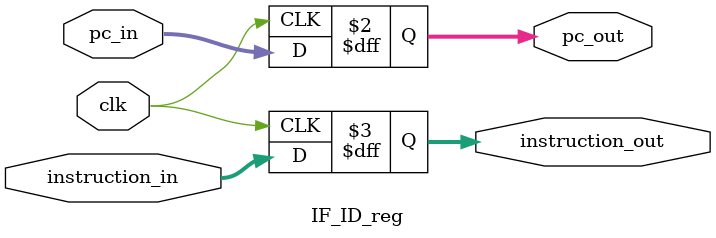
<source format=v>
`timescale 1ns / 1ps
module IF_ID_reg(clk,pc_in,instruction_in,pc_out,instruction_out);
  
  input clk;
  input [31:0] pc_in;
  input [31:0] instruction_in;
  
  output reg [31:0] pc_out;
  output reg [31:0] instruction_out;
  
  always@(posedge clk) begin
       pc_out <= pc_in;
       instruction_out <= instruction_in;
    end
endmodule

</source>
